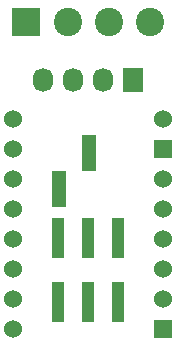
<source format=gbs>
G04 #@! TF.FileFunction,Soldermask,Bot*
%FSLAX46Y46*%
G04 Gerber Fmt 4.6, Leading zero omitted, Abs format (unit mm)*
G04 Created by KiCad (PCBNEW 4.0.2-stable) date 22.05.2016 01:25:54*
%MOMM*%
G01*
G04 APERTURE LIST*
%ADD10C,0.100000*%
%ADD11C,2.400000*%
%ADD12R,2.400000X2.400000*%
%ADD13R,1.727200X2.032000*%
%ADD14O,1.727200X2.032000*%
%ADD15R,1.524000X1.524000*%
%ADD16C,1.524000*%
%ADD17R,1.270000X3.050000*%
%ADD18R,1.020000X3.450000*%
G04 APERTURE END LIST*
D10*
D11*
X120850000Y-84100000D03*
D12*
X117350000Y-84100000D03*
D11*
X124350000Y-84100000D03*
X127850000Y-84100000D03*
D13*
X126400000Y-89000000D03*
D14*
X123860000Y-89000000D03*
X121320000Y-89000000D03*
X118780000Y-89000000D03*
D15*
X128950000Y-110090000D03*
D16*
X128950000Y-107550000D03*
X128950000Y-105010000D03*
X128950000Y-102470000D03*
X128950000Y-99930000D03*
X128950000Y-97390000D03*
D15*
X128950000Y-94850000D03*
D16*
X128950000Y-92310000D03*
X116250000Y-92310000D03*
X116250000Y-94850000D03*
X116250000Y-97390000D03*
X116250000Y-99930000D03*
X116250000Y-102470000D03*
X116250000Y-105010000D03*
X116250000Y-107550000D03*
X116250000Y-110090000D03*
D17*
X122670000Y-95175000D03*
X120130000Y-98225000D03*
D18*
X125140000Y-107825000D03*
X125140000Y-102375000D03*
X120060000Y-102375000D03*
X120060000Y-107825000D03*
X122600000Y-102375000D03*
X122600000Y-107825000D03*
M02*

</source>
